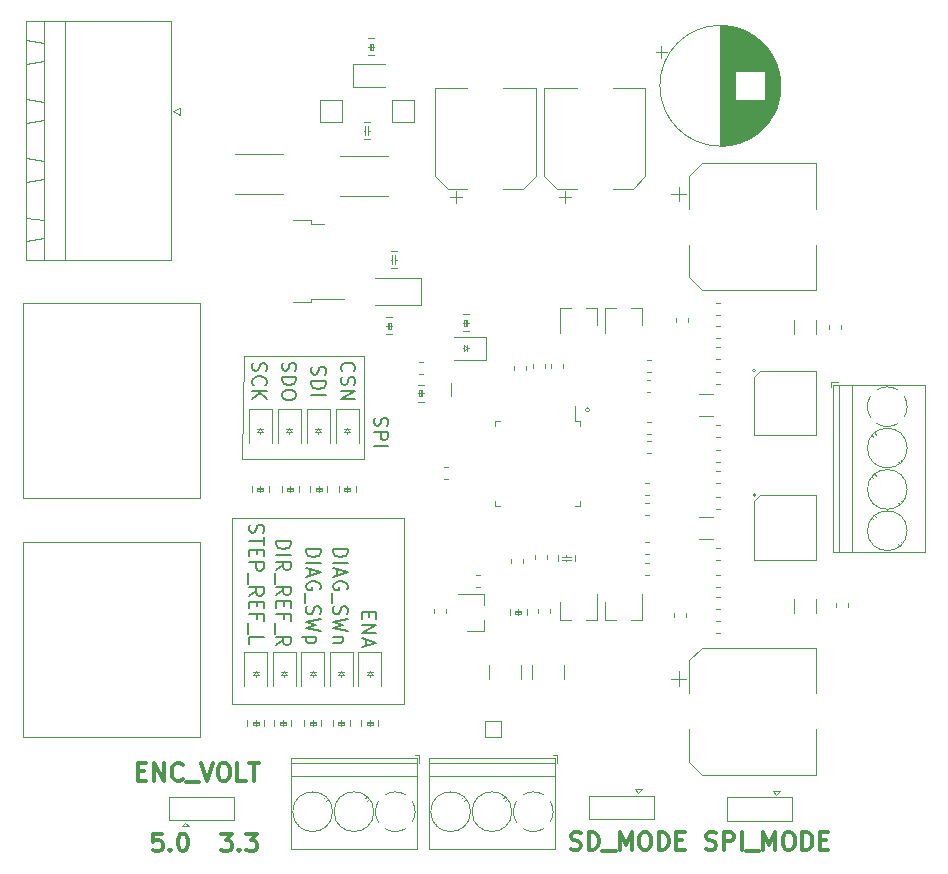
<source format=gbr>
G04 #@! TF.GenerationSoftware,KiCad,Pcbnew,(5.1.6)-1*
G04 #@! TF.CreationDate,2020-05-29T22:16:18+02:00*
G04 #@! TF.ProjectId,TMC51604Axis,544d4335-3136-4303-9441-7869732e6b69,rev?*
G04 #@! TF.SameCoordinates,Original*
G04 #@! TF.FileFunction,Legend,Top*
G04 #@! TF.FilePolarity,Positive*
%FSLAX46Y46*%
G04 Gerber Fmt 4.6, Leading zero omitted, Abs format (unit mm)*
G04 Created by KiCad (PCBNEW (5.1.6)-1) date 2020-05-29 22:16:18*
%MOMM*%
%LPD*%
G01*
G04 APERTURE LIST*
%ADD10C,0.300000*%
%ADD11C,0.120000*%
%ADD12C,0.200000*%
G04 APERTURE END LIST*
D10*
X70402285Y-126765857D02*
X70902285Y-126765857D01*
X71116571Y-127551571D02*
X70402285Y-127551571D01*
X70402285Y-126051571D01*
X71116571Y-126051571D01*
X71759428Y-127551571D02*
X71759428Y-126051571D01*
X72616571Y-127551571D01*
X72616571Y-126051571D01*
X74188000Y-127408714D02*
X74116571Y-127480142D01*
X73902285Y-127551571D01*
X73759428Y-127551571D01*
X73545142Y-127480142D01*
X73402285Y-127337285D01*
X73330857Y-127194428D01*
X73259428Y-126908714D01*
X73259428Y-126694428D01*
X73330857Y-126408714D01*
X73402285Y-126265857D01*
X73545142Y-126123000D01*
X73759428Y-126051571D01*
X73902285Y-126051571D01*
X74116571Y-126123000D01*
X74188000Y-126194428D01*
X74473714Y-127694428D02*
X75616571Y-127694428D01*
X75759428Y-126051571D02*
X76259428Y-127551571D01*
X76759428Y-126051571D01*
X77545142Y-126051571D02*
X77830857Y-126051571D01*
X77973714Y-126123000D01*
X78116571Y-126265857D01*
X78188000Y-126551571D01*
X78188000Y-127051571D01*
X78116571Y-127337285D01*
X77973714Y-127480142D01*
X77830857Y-127551571D01*
X77545142Y-127551571D01*
X77402285Y-127480142D01*
X77259428Y-127337285D01*
X77188000Y-127051571D01*
X77188000Y-126551571D01*
X77259428Y-126265857D01*
X77402285Y-126123000D01*
X77545142Y-126051571D01*
X79545142Y-127551571D02*
X78830857Y-127551571D01*
X78830857Y-126051571D01*
X79830857Y-126051571D02*
X80688000Y-126051571D01*
X80259428Y-127551571D02*
X80259428Y-126051571D01*
X107065571Y-133322142D02*
X107279857Y-133393571D01*
X107637000Y-133393571D01*
X107779857Y-133322142D01*
X107851285Y-133250714D01*
X107922714Y-133107857D01*
X107922714Y-132965000D01*
X107851285Y-132822142D01*
X107779857Y-132750714D01*
X107637000Y-132679285D01*
X107351285Y-132607857D01*
X107208428Y-132536428D01*
X107137000Y-132465000D01*
X107065571Y-132322142D01*
X107065571Y-132179285D01*
X107137000Y-132036428D01*
X107208428Y-131965000D01*
X107351285Y-131893571D01*
X107708428Y-131893571D01*
X107922714Y-131965000D01*
X108565571Y-133393571D02*
X108565571Y-131893571D01*
X108922714Y-131893571D01*
X109137000Y-131965000D01*
X109279857Y-132107857D01*
X109351285Y-132250714D01*
X109422714Y-132536428D01*
X109422714Y-132750714D01*
X109351285Y-133036428D01*
X109279857Y-133179285D01*
X109137000Y-133322142D01*
X108922714Y-133393571D01*
X108565571Y-133393571D01*
X109708428Y-133536428D02*
X110851285Y-133536428D01*
X111208428Y-133393571D02*
X111208428Y-131893571D01*
X111708428Y-132965000D01*
X112208428Y-131893571D01*
X112208428Y-133393571D01*
X113208428Y-131893571D02*
X113494142Y-131893571D01*
X113637000Y-131965000D01*
X113779857Y-132107857D01*
X113851285Y-132393571D01*
X113851285Y-132893571D01*
X113779857Y-133179285D01*
X113637000Y-133322142D01*
X113494142Y-133393571D01*
X113208428Y-133393571D01*
X113065571Y-133322142D01*
X112922714Y-133179285D01*
X112851285Y-132893571D01*
X112851285Y-132393571D01*
X112922714Y-132107857D01*
X113065571Y-131965000D01*
X113208428Y-131893571D01*
X114494142Y-133393571D02*
X114494142Y-131893571D01*
X114851285Y-131893571D01*
X115065571Y-131965000D01*
X115208428Y-132107857D01*
X115279857Y-132250714D01*
X115351285Y-132536428D01*
X115351285Y-132750714D01*
X115279857Y-133036428D01*
X115208428Y-133179285D01*
X115065571Y-133322142D01*
X114851285Y-133393571D01*
X114494142Y-133393571D01*
X115994142Y-132607857D02*
X116494142Y-132607857D01*
X116708428Y-133393571D02*
X115994142Y-133393571D01*
X115994142Y-131893571D01*
X116708428Y-131893571D01*
X118519428Y-133322142D02*
X118733714Y-133393571D01*
X119090857Y-133393571D01*
X119233714Y-133322142D01*
X119305142Y-133250714D01*
X119376571Y-133107857D01*
X119376571Y-132965000D01*
X119305142Y-132822142D01*
X119233714Y-132750714D01*
X119090857Y-132679285D01*
X118805142Y-132607857D01*
X118662285Y-132536428D01*
X118590857Y-132465000D01*
X118519428Y-132322142D01*
X118519428Y-132179285D01*
X118590857Y-132036428D01*
X118662285Y-131965000D01*
X118805142Y-131893571D01*
X119162285Y-131893571D01*
X119376571Y-131965000D01*
X120019428Y-133393571D02*
X120019428Y-131893571D01*
X120590857Y-131893571D01*
X120733714Y-131965000D01*
X120805142Y-132036428D01*
X120876571Y-132179285D01*
X120876571Y-132393571D01*
X120805142Y-132536428D01*
X120733714Y-132607857D01*
X120590857Y-132679285D01*
X120019428Y-132679285D01*
X121519428Y-133393571D02*
X121519428Y-131893571D01*
X121876571Y-133536428D02*
X123019428Y-133536428D01*
X123376571Y-133393571D02*
X123376571Y-131893571D01*
X123876571Y-132965000D01*
X124376571Y-131893571D01*
X124376571Y-133393571D01*
X125376571Y-131893571D02*
X125662285Y-131893571D01*
X125805142Y-131965000D01*
X125948000Y-132107857D01*
X126019428Y-132393571D01*
X126019428Y-132893571D01*
X125948000Y-133179285D01*
X125805142Y-133322142D01*
X125662285Y-133393571D01*
X125376571Y-133393571D01*
X125233714Y-133322142D01*
X125090857Y-133179285D01*
X125019428Y-132893571D01*
X125019428Y-132393571D01*
X125090857Y-132107857D01*
X125233714Y-131965000D01*
X125376571Y-131893571D01*
X126662285Y-133393571D02*
X126662285Y-131893571D01*
X127019428Y-131893571D01*
X127233714Y-131965000D01*
X127376571Y-132107857D01*
X127448000Y-132250714D01*
X127519428Y-132536428D01*
X127519428Y-132750714D01*
X127448000Y-133036428D01*
X127376571Y-133179285D01*
X127233714Y-133322142D01*
X127019428Y-133393571D01*
X126662285Y-133393571D01*
X128162285Y-132607857D02*
X128662285Y-132607857D01*
X128876571Y-133393571D02*
X128162285Y-133393571D01*
X128162285Y-131893571D01*
X128876571Y-131893571D01*
D11*
X78359000Y-105283000D02*
X92964000Y-105283000D01*
X78359000Y-121031000D02*
X78359000Y-105283000D01*
X92964000Y-121031000D02*
X78359000Y-121031000D01*
X92964000Y-105283000D02*
X92964000Y-121031000D01*
D10*
X72437714Y-132020571D02*
X71723428Y-132020571D01*
X71652000Y-132734857D01*
X71723428Y-132663428D01*
X71866285Y-132592000D01*
X72223428Y-132592000D01*
X72366285Y-132663428D01*
X72437714Y-132734857D01*
X72509142Y-132877714D01*
X72509142Y-133234857D01*
X72437714Y-133377714D01*
X72366285Y-133449142D01*
X72223428Y-133520571D01*
X71866285Y-133520571D01*
X71723428Y-133449142D01*
X71652000Y-133377714D01*
X73152000Y-133377714D02*
X73223428Y-133449142D01*
X73152000Y-133520571D01*
X73080571Y-133449142D01*
X73152000Y-133377714D01*
X73152000Y-133520571D01*
X74152000Y-132020571D02*
X74294857Y-132020571D01*
X74437714Y-132092000D01*
X74509142Y-132163428D01*
X74580571Y-132306285D01*
X74652000Y-132592000D01*
X74652000Y-132949142D01*
X74580571Y-133234857D01*
X74509142Y-133377714D01*
X74437714Y-133449142D01*
X74294857Y-133520571D01*
X74152000Y-133520571D01*
X74009142Y-133449142D01*
X73937714Y-133377714D01*
X73866285Y-133234857D01*
X73794857Y-132949142D01*
X73794857Y-132592000D01*
X73866285Y-132306285D01*
X73937714Y-132163428D01*
X74009142Y-132092000D01*
X74152000Y-132020571D01*
X77422571Y-132020571D02*
X78351142Y-132020571D01*
X77851142Y-132592000D01*
X78065428Y-132592000D01*
X78208285Y-132663428D01*
X78279714Y-132734857D01*
X78351142Y-132877714D01*
X78351142Y-133234857D01*
X78279714Y-133377714D01*
X78208285Y-133449142D01*
X78065428Y-133520571D01*
X77636857Y-133520571D01*
X77494000Y-133449142D01*
X77422571Y-133377714D01*
X78994000Y-133377714D02*
X79065428Y-133449142D01*
X78994000Y-133520571D01*
X78922571Y-133449142D01*
X78994000Y-133377714D01*
X78994000Y-133520571D01*
X79565428Y-132020571D02*
X80494000Y-132020571D01*
X79994000Y-132592000D01*
X80208285Y-132592000D01*
X80351142Y-132663428D01*
X80422571Y-132734857D01*
X80494000Y-132877714D01*
X80494000Y-133234857D01*
X80422571Y-133377714D01*
X80351142Y-133449142D01*
X80208285Y-133520571D01*
X79779714Y-133520571D01*
X79636857Y-133449142D01*
X79565428Y-133377714D01*
D12*
X79905285Y-105871000D02*
X79848142Y-106042428D01*
X79848142Y-106328142D01*
X79905285Y-106442428D01*
X79962428Y-106499571D01*
X80076714Y-106556714D01*
X80191000Y-106556714D01*
X80305285Y-106499571D01*
X80362428Y-106442428D01*
X80419571Y-106328142D01*
X80476714Y-106099571D01*
X80533857Y-105985285D01*
X80591000Y-105928142D01*
X80705285Y-105871000D01*
X80819571Y-105871000D01*
X80933857Y-105928142D01*
X80991000Y-105985285D01*
X81048142Y-106099571D01*
X81048142Y-106385285D01*
X80991000Y-106556714D01*
X81048142Y-106899571D02*
X81048142Y-107585285D01*
X79848142Y-107242428D02*
X81048142Y-107242428D01*
X80476714Y-107985285D02*
X80476714Y-108385285D01*
X79848142Y-108556714D02*
X79848142Y-107985285D01*
X81048142Y-107985285D01*
X81048142Y-108556714D01*
X79848142Y-109071000D02*
X81048142Y-109071000D01*
X81048142Y-109528142D01*
X80991000Y-109642428D01*
X80933857Y-109699571D01*
X80819571Y-109756714D01*
X80648142Y-109756714D01*
X80533857Y-109699571D01*
X80476714Y-109642428D01*
X80419571Y-109528142D01*
X80419571Y-109071000D01*
X79733857Y-109985285D02*
X79733857Y-110899571D01*
X79848142Y-111871000D02*
X80419571Y-111471000D01*
X79848142Y-111185285D02*
X81048142Y-111185285D01*
X81048142Y-111642428D01*
X80991000Y-111756714D01*
X80933857Y-111813857D01*
X80819571Y-111871000D01*
X80648142Y-111871000D01*
X80533857Y-111813857D01*
X80476714Y-111756714D01*
X80419571Y-111642428D01*
X80419571Y-111185285D01*
X80476714Y-112385285D02*
X80476714Y-112785285D01*
X79848142Y-112956714D02*
X79848142Y-112385285D01*
X81048142Y-112385285D01*
X81048142Y-112956714D01*
X80476714Y-113871000D02*
X80476714Y-113471000D01*
X79848142Y-113471000D02*
X81048142Y-113471000D01*
X81048142Y-114042428D01*
X79733857Y-114213857D02*
X79733857Y-115128142D01*
X79848142Y-115985285D02*
X79848142Y-115413857D01*
X81048142Y-115413857D01*
X82134142Y-107261571D02*
X83334142Y-107261571D01*
X83334142Y-107547285D01*
X83277000Y-107718714D01*
X83162714Y-107833000D01*
X83048428Y-107890142D01*
X82819857Y-107947285D01*
X82648428Y-107947285D01*
X82419857Y-107890142D01*
X82305571Y-107833000D01*
X82191285Y-107718714D01*
X82134142Y-107547285D01*
X82134142Y-107261571D01*
X82134142Y-108461571D02*
X83334142Y-108461571D01*
X82134142Y-109718714D02*
X82705571Y-109318714D01*
X82134142Y-109033000D02*
X83334142Y-109033000D01*
X83334142Y-109490142D01*
X83277000Y-109604428D01*
X83219857Y-109661571D01*
X83105571Y-109718714D01*
X82934142Y-109718714D01*
X82819857Y-109661571D01*
X82762714Y-109604428D01*
X82705571Y-109490142D01*
X82705571Y-109033000D01*
X82019857Y-109947285D02*
X82019857Y-110861571D01*
X82134142Y-111833000D02*
X82705571Y-111433000D01*
X82134142Y-111147285D02*
X83334142Y-111147285D01*
X83334142Y-111604428D01*
X83277000Y-111718714D01*
X83219857Y-111775857D01*
X83105571Y-111833000D01*
X82934142Y-111833000D01*
X82819857Y-111775857D01*
X82762714Y-111718714D01*
X82705571Y-111604428D01*
X82705571Y-111147285D01*
X82762714Y-112347285D02*
X82762714Y-112747285D01*
X82134142Y-112918714D02*
X82134142Y-112347285D01*
X83334142Y-112347285D01*
X83334142Y-112918714D01*
X82762714Y-113833000D02*
X82762714Y-113433000D01*
X82134142Y-113433000D02*
X83334142Y-113433000D01*
X83334142Y-114004428D01*
X82019857Y-114175857D02*
X82019857Y-115090142D01*
X82134142Y-116061571D02*
X82705571Y-115661571D01*
X82134142Y-115375857D02*
X83334142Y-115375857D01*
X83334142Y-115833000D01*
X83277000Y-115947285D01*
X83219857Y-116004428D01*
X83105571Y-116061571D01*
X82934142Y-116061571D01*
X82819857Y-116004428D01*
X82762714Y-115947285D01*
X82705571Y-115833000D01*
X82705571Y-115375857D01*
X84674142Y-107915571D02*
X85874142Y-107915571D01*
X85874142Y-108201285D01*
X85817000Y-108372714D01*
X85702714Y-108487000D01*
X85588428Y-108544142D01*
X85359857Y-108601285D01*
X85188428Y-108601285D01*
X84959857Y-108544142D01*
X84845571Y-108487000D01*
X84731285Y-108372714D01*
X84674142Y-108201285D01*
X84674142Y-107915571D01*
X84674142Y-109115571D02*
X85874142Y-109115571D01*
X85017000Y-109629857D02*
X85017000Y-110201285D01*
X84674142Y-109515571D02*
X85874142Y-109915571D01*
X84674142Y-110315571D01*
X85817000Y-111344142D02*
X85874142Y-111229857D01*
X85874142Y-111058428D01*
X85817000Y-110887000D01*
X85702714Y-110772714D01*
X85588428Y-110715571D01*
X85359857Y-110658428D01*
X85188428Y-110658428D01*
X84959857Y-110715571D01*
X84845571Y-110772714D01*
X84731285Y-110887000D01*
X84674142Y-111058428D01*
X84674142Y-111172714D01*
X84731285Y-111344142D01*
X84788428Y-111401285D01*
X85188428Y-111401285D01*
X85188428Y-111172714D01*
X84559857Y-111629857D02*
X84559857Y-112544142D01*
X84731285Y-112772714D02*
X84674142Y-112944142D01*
X84674142Y-113229857D01*
X84731285Y-113344142D01*
X84788428Y-113401285D01*
X84902714Y-113458428D01*
X85017000Y-113458428D01*
X85131285Y-113401285D01*
X85188428Y-113344142D01*
X85245571Y-113229857D01*
X85302714Y-113001285D01*
X85359857Y-112887000D01*
X85417000Y-112829857D01*
X85531285Y-112772714D01*
X85645571Y-112772714D01*
X85759857Y-112829857D01*
X85817000Y-112887000D01*
X85874142Y-113001285D01*
X85874142Y-113287000D01*
X85817000Y-113458428D01*
X85874142Y-113858428D02*
X84674142Y-114144142D01*
X85531285Y-114372714D01*
X84674142Y-114601285D01*
X85874142Y-114887000D01*
X85474142Y-115344142D02*
X84274142Y-115344142D01*
X85417000Y-115344142D02*
X85474142Y-115458428D01*
X85474142Y-115687000D01*
X85417000Y-115801285D01*
X85359857Y-115858428D01*
X85245571Y-115915571D01*
X84902714Y-115915571D01*
X84788428Y-115858428D01*
X84731285Y-115801285D01*
X84674142Y-115687000D01*
X84674142Y-115458428D01*
X84731285Y-115344142D01*
X86960142Y-107915571D02*
X88160142Y-107915571D01*
X88160142Y-108201285D01*
X88103000Y-108372714D01*
X87988714Y-108487000D01*
X87874428Y-108544142D01*
X87645857Y-108601285D01*
X87474428Y-108601285D01*
X87245857Y-108544142D01*
X87131571Y-108487000D01*
X87017285Y-108372714D01*
X86960142Y-108201285D01*
X86960142Y-107915571D01*
X86960142Y-109115571D02*
X88160142Y-109115571D01*
X87303000Y-109629857D02*
X87303000Y-110201285D01*
X86960142Y-109515571D02*
X88160142Y-109915571D01*
X86960142Y-110315571D01*
X88103000Y-111344142D02*
X88160142Y-111229857D01*
X88160142Y-111058428D01*
X88103000Y-110887000D01*
X87988714Y-110772714D01*
X87874428Y-110715571D01*
X87645857Y-110658428D01*
X87474428Y-110658428D01*
X87245857Y-110715571D01*
X87131571Y-110772714D01*
X87017285Y-110887000D01*
X86960142Y-111058428D01*
X86960142Y-111172714D01*
X87017285Y-111344142D01*
X87074428Y-111401285D01*
X87474428Y-111401285D01*
X87474428Y-111172714D01*
X86845857Y-111629857D02*
X86845857Y-112544142D01*
X87017285Y-112772714D02*
X86960142Y-112944142D01*
X86960142Y-113229857D01*
X87017285Y-113344142D01*
X87074428Y-113401285D01*
X87188714Y-113458428D01*
X87303000Y-113458428D01*
X87417285Y-113401285D01*
X87474428Y-113344142D01*
X87531571Y-113229857D01*
X87588714Y-113001285D01*
X87645857Y-112887000D01*
X87703000Y-112829857D01*
X87817285Y-112772714D01*
X87931571Y-112772714D01*
X88045857Y-112829857D01*
X88103000Y-112887000D01*
X88160142Y-113001285D01*
X88160142Y-113287000D01*
X88103000Y-113458428D01*
X88160142Y-113858428D02*
X86960142Y-114144142D01*
X87817285Y-114372714D01*
X86960142Y-114601285D01*
X88160142Y-114887000D01*
X87760142Y-115344142D02*
X86960142Y-115344142D01*
X87645857Y-115344142D02*
X87703000Y-115401285D01*
X87760142Y-115515571D01*
X87760142Y-115687000D01*
X87703000Y-115801285D01*
X87588714Y-115858428D01*
X86960142Y-115858428D01*
X90001714Y-113281000D02*
X90001714Y-113681000D01*
X89373142Y-113852428D02*
X89373142Y-113281000D01*
X90573142Y-113281000D01*
X90573142Y-113852428D01*
X89373142Y-114366714D02*
X90573142Y-114366714D01*
X89373142Y-115052428D01*
X90573142Y-115052428D01*
X89716000Y-115566714D02*
X89716000Y-116138142D01*
X89373142Y-115452428D02*
X90573142Y-115852428D01*
X89373142Y-116252428D01*
X87709428Y-92897428D02*
X87652285Y-92840285D01*
X87595142Y-92668857D01*
X87595142Y-92554571D01*
X87652285Y-92383142D01*
X87766571Y-92268857D01*
X87880857Y-92211714D01*
X88109428Y-92154571D01*
X88280857Y-92154571D01*
X88509428Y-92211714D01*
X88623714Y-92268857D01*
X88738000Y-92383142D01*
X88795142Y-92554571D01*
X88795142Y-92668857D01*
X88738000Y-92840285D01*
X88680857Y-92897428D01*
X87652285Y-93354571D02*
X87595142Y-93526000D01*
X87595142Y-93811714D01*
X87652285Y-93926000D01*
X87709428Y-93983142D01*
X87823714Y-94040285D01*
X87938000Y-94040285D01*
X88052285Y-93983142D01*
X88109428Y-93926000D01*
X88166571Y-93811714D01*
X88223714Y-93583142D01*
X88280857Y-93468857D01*
X88338000Y-93411714D01*
X88452285Y-93354571D01*
X88566571Y-93354571D01*
X88680857Y-93411714D01*
X88738000Y-93468857D01*
X88795142Y-93583142D01*
X88795142Y-93868857D01*
X88738000Y-94040285D01*
X87595142Y-94554571D02*
X88795142Y-94554571D01*
X87595142Y-95240285D01*
X88795142Y-95240285D01*
X80159285Y-92183142D02*
X80102142Y-92354571D01*
X80102142Y-92640285D01*
X80159285Y-92754571D01*
X80216428Y-92811714D01*
X80330714Y-92868857D01*
X80445000Y-92868857D01*
X80559285Y-92811714D01*
X80616428Y-92754571D01*
X80673571Y-92640285D01*
X80730714Y-92411714D01*
X80787857Y-92297428D01*
X80845000Y-92240285D01*
X80959285Y-92183142D01*
X81073571Y-92183142D01*
X81187857Y-92240285D01*
X81245000Y-92297428D01*
X81302142Y-92411714D01*
X81302142Y-92697428D01*
X81245000Y-92868857D01*
X80216428Y-94068857D02*
X80159285Y-94011714D01*
X80102142Y-93840285D01*
X80102142Y-93726000D01*
X80159285Y-93554571D01*
X80273571Y-93440285D01*
X80387857Y-93383142D01*
X80616428Y-93326000D01*
X80787857Y-93326000D01*
X81016428Y-93383142D01*
X81130714Y-93440285D01*
X81245000Y-93554571D01*
X81302142Y-93726000D01*
X81302142Y-93840285D01*
X81245000Y-94011714D01*
X81187857Y-94068857D01*
X80102142Y-94583142D02*
X81302142Y-94583142D01*
X80102142Y-95268857D02*
X80787857Y-94754571D01*
X81302142Y-95268857D02*
X80616428Y-94583142D01*
X85154619Y-92497428D02*
X85097476Y-92668857D01*
X85097476Y-92954571D01*
X85154619Y-93068857D01*
X85211762Y-93126000D01*
X85326048Y-93183142D01*
X85440334Y-93183142D01*
X85554619Y-93126000D01*
X85611762Y-93068857D01*
X85668905Y-92954571D01*
X85726048Y-92726000D01*
X85783191Y-92611714D01*
X85840334Y-92554571D01*
X85954619Y-92497428D01*
X86068905Y-92497428D01*
X86183191Y-92554571D01*
X86240334Y-92611714D01*
X86297476Y-92726000D01*
X86297476Y-93011714D01*
X86240334Y-93183142D01*
X85097476Y-93697428D02*
X86297476Y-93697428D01*
X86297476Y-93983142D01*
X86240334Y-94154571D01*
X86126048Y-94268857D01*
X86011762Y-94326000D01*
X85783191Y-94383142D01*
X85611762Y-94383142D01*
X85383191Y-94326000D01*
X85268905Y-94268857D01*
X85154619Y-94154571D01*
X85097476Y-93983142D01*
X85097476Y-93697428D01*
X85097476Y-94897428D02*
X86297476Y-94897428D01*
X82656953Y-92154571D02*
X82599810Y-92326000D01*
X82599810Y-92611714D01*
X82656953Y-92726000D01*
X82714096Y-92783142D01*
X82828382Y-92840285D01*
X82942668Y-92840285D01*
X83056953Y-92783142D01*
X83114096Y-92726000D01*
X83171239Y-92611714D01*
X83228382Y-92383142D01*
X83285525Y-92268857D01*
X83342668Y-92211714D01*
X83456953Y-92154571D01*
X83571239Y-92154571D01*
X83685525Y-92211714D01*
X83742668Y-92268857D01*
X83799810Y-92383142D01*
X83799810Y-92668857D01*
X83742668Y-92840285D01*
X82599810Y-93354571D02*
X83799810Y-93354571D01*
X83799810Y-93640285D01*
X83742668Y-93811714D01*
X83628382Y-93926000D01*
X83514096Y-93983142D01*
X83285525Y-94040285D01*
X83114096Y-94040285D01*
X82885525Y-93983142D01*
X82771239Y-93926000D01*
X82656953Y-93811714D01*
X82599810Y-93640285D01*
X82599810Y-93354571D01*
X83799810Y-94783142D02*
X83799810Y-95011714D01*
X83742668Y-95126000D01*
X83628382Y-95240285D01*
X83399810Y-95297428D01*
X82999810Y-95297428D01*
X82771239Y-95240285D01*
X82656953Y-95126000D01*
X82599810Y-95011714D01*
X82599810Y-94783142D01*
X82656953Y-94668857D01*
X82771239Y-94554571D01*
X82999810Y-94497428D01*
X83399810Y-94497428D01*
X83628382Y-94554571D01*
X83742668Y-94668857D01*
X83799810Y-94783142D01*
X87709428Y-92897428D02*
X87652285Y-92840285D01*
X87595142Y-92668857D01*
X87595142Y-92554571D01*
X87652285Y-92383142D01*
X87766571Y-92268857D01*
X87880857Y-92211714D01*
X88109428Y-92154571D01*
X88280857Y-92154571D01*
X88509428Y-92211714D01*
X88623714Y-92268857D01*
X88738000Y-92383142D01*
X88795142Y-92554571D01*
X88795142Y-92668857D01*
X88738000Y-92840285D01*
X88680857Y-92897428D01*
X87652285Y-93354571D02*
X87595142Y-93526000D01*
X87595142Y-93811714D01*
X87652285Y-93926000D01*
X87709428Y-93983142D01*
X87823714Y-94040285D01*
X87938000Y-94040285D01*
X88052285Y-93983142D01*
X88109428Y-93926000D01*
X88166571Y-93811714D01*
X88223714Y-93583142D01*
X88280857Y-93468857D01*
X88338000Y-93411714D01*
X88452285Y-93354571D01*
X88566571Y-93354571D01*
X88680857Y-93411714D01*
X88738000Y-93468857D01*
X88795142Y-93583142D01*
X88795142Y-93868857D01*
X88738000Y-94040285D01*
X87595142Y-94554571D02*
X88795142Y-94554571D01*
X87595142Y-95240285D01*
X88795142Y-95240285D01*
X90446285Y-96815428D02*
X90389142Y-96986857D01*
X90389142Y-97272571D01*
X90446285Y-97386857D01*
X90503428Y-97444000D01*
X90617714Y-97501142D01*
X90732000Y-97501142D01*
X90846285Y-97444000D01*
X90903428Y-97386857D01*
X90960571Y-97272571D01*
X91017714Y-97044000D01*
X91074857Y-96929714D01*
X91132000Y-96872571D01*
X91246285Y-96815428D01*
X91360571Y-96815428D01*
X91474857Y-96872571D01*
X91532000Y-96929714D01*
X91589142Y-97044000D01*
X91589142Y-97329714D01*
X91532000Y-97501142D01*
X90389142Y-98015428D02*
X91589142Y-98015428D01*
X91589142Y-98472571D01*
X91532000Y-98586857D01*
X91474857Y-98644000D01*
X91360571Y-98701142D01*
X91189142Y-98701142D01*
X91074857Y-98644000D01*
X91017714Y-98586857D01*
X90960571Y-98472571D01*
X90960571Y-98015428D01*
X90389142Y-99215428D02*
X91589142Y-99215428D01*
D11*
X79375000Y-91567000D02*
X89535000Y-91567000D01*
X79248000Y-100330000D02*
X79375000Y-91567000D01*
X89535000Y-100330000D02*
X79248000Y-100330000D01*
X89535000Y-91567000D02*
X89535000Y-100330000D01*
X107427000Y-97101000D02*
X107427000Y-95811000D01*
X107877000Y-97101000D02*
X107427000Y-97101000D01*
X107877000Y-97551000D02*
X107877000Y-97101000D01*
X107877000Y-104321000D02*
X107427000Y-104321000D01*
X107877000Y-103871000D02*
X107877000Y-104321000D01*
X100657000Y-97101000D02*
X101107000Y-97101000D01*
X100657000Y-97551000D02*
X100657000Y-97101000D01*
X100657000Y-104321000D02*
X101107000Y-104321000D01*
X100657000Y-103871000D02*
X100657000Y-104321000D01*
X108637605Y-96139000D02*
G75*
G03*
X108637605Y-96139000I-179605J0D01*
G01*
X94198221Y-92073000D02*
X94523779Y-92073000D01*
X94198221Y-93093000D02*
X94523779Y-93093000D01*
X94102422Y-95452000D02*
X94619578Y-95452000D01*
X94102422Y-94032000D02*
X94619578Y-94032000D01*
X94107000Y-94742000D02*
X94615000Y-94742000D01*
X94234000Y-94742000D02*
X94234000Y-94488000D01*
X94234000Y-94488000D02*
X94488000Y-94488000D01*
X94488000Y-94488000D02*
X94488000Y-94996000D01*
X94488000Y-94996000D02*
X94234000Y-94996000D01*
X94234000Y-94996000D02*
X94234000Y-94742000D01*
X94361000Y-94996000D02*
X94361000Y-94488000D01*
X97912422Y-89483000D02*
X98429578Y-89483000D01*
X97912422Y-88063000D02*
X98429578Y-88063000D01*
X97917000Y-88773000D02*
X98425000Y-88773000D01*
X98044000Y-88773000D02*
X98044000Y-88519000D01*
X98044000Y-88519000D02*
X98298000Y-88519000D01*
X98298000Y-88519000D02*
X98298000Y-89027000D01*
X98298000Y-89027000D02*
X98044000Y-89027000D01*
X98044000Y-89027000D02*
X98044000Y-88773000D01*
X98171000Y-89027000D02*
X98171000Y-88519000D01*
X96948000Y-93853000D02*
X96948000Y-94993000D01*
X99870000Y-89972000D02*
X97185000Y-89972000D01*
X99870000Y-91892000D02*
X99870000Y-89972000D01*
X97185000Y-91892000D02*
X99870000Y-91892000D01*
X98439000Y-90932000D02*
X98312000Y-90932000D01*
X98312000Y-90932000D02*
X98058000Y-91186000D01*
X98058000Y-91186000D02*
X98058000Y-90678000D01*
X98058000Y-90678000D02*
X98312000Y-90932000D01*
X98058000Y-90932000D02*
X97931000Y-90932000D01*
X98312000Y-90932000D02*
X98312000Y-91186000D01*
X98312000Y-90932000D02*
X98312000Y-90678000D01*
X92173326Y-128494901D02*
G75*
G02*
X93068000Y-128735000I28674J-1680099D01*
G01*
X93627358Y-129285106D02*
G75*
G02*
X93642000Y-131041000I-1425358J-889894D01*
G01*
X93091894Y-131600358D02*
G75*
G02*
X91336000Y-131615000I-889894J1425358D01*
G01*
X90776495Y-131065193D02*
G75*
G02*
X90777000Y-129284000I1425505J890193D01*
G01*
X91311736Y-128750279D02*
G75*
G02*
X92202000Y-128495000I890264J-1424721D01*
G01*
X90382000Y-130175000D02*
G75*
G03*
X90382000Y-130175000I-1680000J0D01*
G01*
X86882000Y-130175000D02*
G75*
G03*
X86882000Y-130175000I-1680000J0D01*
G01*
X94012000Y-126075000D02*
X83392000Y-126075000D01*
X94012000Y-127175000D02*
X83392000Y-127175000D01*
X94012000Y-133335000D02*
X83392000Y-133335000D01*
X94012000Y-125615000D02*
X83392000Y-125615000D01*
X94012000Y-133335000D02*
X94012000Y-125615000D01*
X83392000Y-133335000D02*
X83392000Y-125615000D01*
X87427000Y-131244000D02*
X87556000Y-131116000D01*
X89677000Y-128994000D02*
X89771000Y-128901000D01*
X87632000Y-131450000D02*
X87726000Y-131356000D01*
X89847000Y-129234000D02*
X89976000Y-129106000D01*
X83927000Y-131244000D02*
X84056000Y-131116000D01*
X86177000Y-128994000D02*
X86271000Y-128901000D01*
X84132000Y-131450000D02*
X84226000Y-131356000D01*
X86347000Y-129234000D02*
X86476000Y-129106000D01*
X94252000Y-126015000D02*
X94252000Y-125375000D01*
X94252000Y-125375000D02*
X93852000Y-125375000D01*
X88340000Y-122940578D02*
X88340000Y-122423422D01*
X86920000Y-122940578D02*
X86920000Y-122423422D01*
X87630000Y-122936000D02*
X87630000Y-122428000D01*
X87630000Y-122809000D02*
X87376000Y-122809000D01*
X87376000Y-122809000D02*
X87376000Y-122555000D01*
X87376000Y-122555000D02*
X87884000Y-122555000D01*
X87884000Y-122555000D02*
X87884000Y-122809000D01*
X87884000Y-122809000D02*
X87630000Y-122809000D01*
X87884000Y-122682000D02*
X87376000Y-122682000D01*
X85927000Y-122940578D02*
X85927000Y-122423422D01*
X84507000Y-122940578D02*
X84507000Y-122423422D01*
X85217000Y-122936000D02*
X85217000Y-122428000D01*
X85217000Y-122809000D02*
X84963000Y-122809000D01*
X84963000Y-122809000D02*
X84963000Y-122555000D01*
X84963000Y-122555000D02*
X85471000Y-122555000D01*
X85471000Y-122555000D02*
X85471000Y-122809000D01*
X85471000Y-122809000D02*
X85217000Y-122809000D01*
X85471000Y-122682000D02*
X84963000Y-122682000D01*
X81101000Y-122940578D02*
X81101000Y-122423422D01*
X79681000Y-122940578D02*
X79681000Y-122423422D01*
X80391000Y-122936000D02*
X80391000Y-122428000D01*
X80391000Y-122809000D02*
X80137000Y-122809000D01*
X80137000Y-122809000D02*
X80137000Y-122555000D01*
X80137000Y-122555000D02*
X80645000Y-122555000D01*
X80645000Y-122555000D02*
X80645000Y-122809000D01*
X80645000Y-122809000D02*
X80391000Y-122809000D01*
X80645000Y-122682000D02*
X80137000Y-122682000D01*
X83387000Y-122940578D02*
X83387000Y-122423422D01*
X81967000Y-122940578D02*
X81967000Y-122423422D01*
X82677000Y-122936000D02*
X82677000Y-122428000D01*
X82677000Y-122809000D02*
X82423000Y-122809000D01*
X82423000Y-122809000D02*
X82423000Y-122555000D01*
X82423000Y-122555000D02*
X82931000Y-122555000D01*
X82931000Y-122555000D02*
X82931000Y-122809000D01*
X82931000Y-122809000D02*
X82677000Y-122809000D01*
X82931000Y-122682000D02*
X82423000Y-122682000D01*
X90753000Y-122940578D02*
X90753000Y-122423422D01*
X89333000Y-122940578D02*
X89333000Y-122423422D01*
X90043000Y-122936000D02*
X90043000Y-122428000D01*
X90043000Y-122809000D02*
X89789000Y-122809000D01*
X89789000Y-122809000D02*
X89789000Y-122555000D01*
X89789000Y-122555000D02*
X90297000Y-122555000D01*
X90297000Y-122555000D02*
X90297000Y-122809000D01*
X90297000Y-122809000D02*
X90043000Y-122809000D01*
X90297000Y-122682000D02*
X89789000Y-122682000D01*
X84022000Y-103128578D02*
X84022000Y-102611422D01*
X82602000Y-103128578D02*
X82602000Y-102611422D01*
X83312000Y-103124000D02*
X83312000Y-102616000D01*
X83312000Y-102997000D02*
X83058000Y-102997000D01*
X83058000Y-102997000D02*
X83058000Y-102743000D01*
X83058000Y-102743000D02*
X83566000Y-102743000D01*
X83566000Y-102743000D02*
X83566000Y-102997000D01*
X83566000Y-102997000D02*
X83312000Y-102997000D01*
X83566000Y-102870000D02*
X83058000Y-102870000D01*
X88848000Y-103128578D02*
X88848000Y-102611422D01*
X87428000Y-103128578D02*
X87428000Y-102611422D01*
X88138000Y-103124000D02*
X88138000Y-102616000D01*
X88138000Y-102997000D02*
X87884000Y-102997000D01*
X87884000Y-102997000D02*
X87884000Y-102743000D01*
X87884000Y-102743000D02*
X88392000Y-102743000D01*
X88392000Y-102743000D02*
X88392000Y-102997000D01*
X88392000Y-102997000D02*
X88138000Y-102997000D01*
X88392000Y-102870000D02*
X87884000Y-102870000D01*
X86435000Y-103128578D02*
X86435000Y-102611422D01*
X85015000Y-103128578D02*
X85015000Y-102611422D01*
X85725000Y-103124000D02*
X85725000Y-102616000D01*
X85725000Y-102997000D02*
X85471000Y-102997000D01*
X85471000Y-102997000D02*
X85471000Y-102743000D01*
X85471000Y-102743000D02*
X85979000Y-102743000D01*
X85979000Y-102743000D02*
X85979000Y-102997000D01*
X85979000Y-102997000D02*
X85725000Y-102997000D01*
X85979000Y-102870000D02*
X85471000Y-102870000D01*
X81482000Y-103128578D02*
X81482000Y-102611422D01*
X80062000Y-103128578D02*
X80062000Y-102611422D01*
X80772000Y-103124000D02*
X80772000Y-102616000D01*
X80772000Y-102997000D02*
X80518000Y-102997000D01*
X80518000Y-102997000D02*
X80518000Y-102743000D01*
X80518000Y-102743000D02*
X81026000Y-102743000D01*
X81026000Y-102743000D02*
X81026000Y-102997000D01*
X81026000Y-102997000D02*
X80772000Y-102997000D01*
X81026000Y-102870000D02*
X80518000Y-102870000D01*
X101906000Y-113025422D02*
X101906000Y-113542578D01*
X103326000Y-113025422D02*
X103326000Y-113542578D01*
X102616000Y-113030000D02*
X102616000Y-113538000D01*
X102616000Y-113157000D02*
X102870000Y-113157000D01*
X102870000Y-113157000D02*
X102870000Y-113411000D01*
X102870000Y-113411000D02*
X102362000Y-113411000D01*
X102362000Y-113411000D02*
X102362000Y-113157000D01*
X102362000Y-113157000D02*
X102616000Y-113157000D01*
X102362000Y-113284000D02*
X102870000Y-113284000D01*
X89911422Y-66115000D02*
X90428578Y-66115000D01*
X89911422Y-64695000D02*
X90428578Y-64695000D01*
X89916000Y-65405000D02*
X90424000Y-65405000D01*
X90043000Y-65405000D02*
X90043000Y-65151000D01*
X90043000Y-65151000D02*
X90297000Y-65151000D01*
X90297000Y-65151000D02*
X90297000Y-65659000D01*
X90297000Y-65659000D02*
X90043000Y-65659000D01*
X90043000Y-65659000D02*
X90043000Y-65405000D01*
X90170000Y-65659000D02*
X90170000Y-65151000D01*
X91435422Y-89737000D02*
X91952578Y-89737000D01*
X91435422Y-88317000D02*
X91952578Y-88317000D01*
X91440000Y-89027000D02*
X91948000Y-89027000D01*
X91567000Y-89027000D02*
X91567000Y-88773000D01*
X91567000Y-88773000D02*
X91821000Y-88773000D01*
X91821000Y-88773000D02*
X91821000Y-89281000D01*
X91821000Y-89281000D02*
X91567000Y-89281000D01*
X91567000Y-89281000D02*
X91567000Y-89027000D01*
X91694000Y-89281000D02*
X91694000Y-88773000D01*
X99757000Y-122490000D02*
X101157000Y-122490000D01*
X101157000Y-122490000D02*
X101157000Y-123890000D01*
X101157000Y-123890000D02*
X99757000Y-123890000D01*
X99757000Y-123890000D02*
X99757000Y-122490000D01*
X107390000Y-108970578D02*
X107390000Y-108453422D01*
X105970000Y-108970578D02*
X105970000Y-108453422D01*
X106299000Y-108839000D02*
X106934000Y-108839000D01*
X106299000Y-108585000D02*
X106934000Y-108585000D01*
X106680000Y-108839000D02*
X106680000Y-108966000D01*
X106680000Y-108585000D02*
X106680000Y-108458000D01*
X106934000Y-108585000D02*
X107061000Y-108585000D01*
X106934000Y-108839000D02*
X107061000Y-108839000D01*
X92333578Y-82729000D02*
X91816422Y-82729000D01*
X92333578Y-84149000D02*
X91816422Y-84149000D01*
X92202000Y-83820000D02*
X92202000Y-83185000D01*
X91948000Y-83820000D02*
X91948000Y-83185000D01*
X92202000Y-83439000D02*
X92329000Y-83439000D01*
X91948000Y-83439000D02*
X91821000Y-83439000D01*
X91948000Y-83185000D02*
X91948000Y-83058000D01*
X92202000Y-83185000D02*
X92202000Y-83058000D01*
X90047578Y-71807000D02*
X89530422Y-71807000D01*
X90047578Y-73227000D02*
X89530422Y-73227000D01*
X89916000Y-72898000D02*
X89916000Y-72263000D01*
X89662000Y-72898000D02*
X89662000Y-72263000D01*
X89916000Y-72517000D02*
X90043000Y-72517000D01*
X89662000Y-72517000D02*
X89535000Y-72517000D01*
X89662000Y-72263000D02*
X89662000Y-72136000D01*
X89916000Y-72263000D02*
X89916000Y-72136000D01*
X105031000Y-108422221D02*
X105031000Y-108747779D01*
X104011000Y-108422221D02*
X104011000Y-108747779D01*
X105285000Y-112994221D02*
X105285000Y-113319779D01*
X104265000Y-112994221D02*
X104265000Y-113319779D01*
X113827779Y-99824000D02*
X113502221Y-99824000D01*
X113827779Y-98804000D02*
X113502221Y-98804000D01*
X105408000Y-92618779D02*
X105408000Y-92293221D01*
X106428000Y-92618779D02*
X106428000Y-92293221D01*
X113827779Y-92966000D02*
X113502221Y-92966000D01*
X113827779Y-91946000D02*
X113502221Y-91946000D01*
X103884000Y-92618779D02*
X103884000Y-92293221D01*
X104904000Y-92618779D02*
X104904000Y-92293221D01*
X102999000Y-108803221D02*
X102999000Y-109128779D01*
X101979000Y-108803221D02*
X101979000Y-109128779D01*
X96357221Y-100963000D02*
X96682779Y-100963000D01*
X96357221Y-101983000D02*
X96682779Y-101983000D01*
X116969000Y-88356221D02*
X116969000Y-88681779D01*
X115949000Y-88356221D02*
X115949000Y-88681779D01*
X129923000Y-88991221D02*
X129923000Y-89316779D01*
X128903000Y-88991221D02*
X128903000Y-89316779D01*
X113700779Y-110111000D02*
X113375221Y-110111000D01*
X113700779Y-109091000D02*
X113375221Y-109091000D01*
X113700779Y-103380000D02*
X113375221Y-103380000D01*
X113700779Y-102360000D02*
X113375221Y-102360000D01*
X115822000Y-113700779D02*
X115822000Y-113375221D01*
X116842000Y-113700779D02*
X116842000Y-113375221D01*
X129538000Y-112811779D02*
X129538000Y-112486221D01*
X130558000Y-112811779D02*
X130558000Y-112486221D01*
X127783000Y-112173936D02*
X127783000Y-113378064D01*
X125963000Y-112173936D02*
X125963000Y-113378064D01*
X125963000Y-89756064D02*
X125963000Y-88551936D01*
X127783000Y-89756064D02*
X127783000Y-88551936D01*
X91887000Y-69916000D02*
X93787000Y-69916000D01*
X93787000Y-69916000D02*
X93787000Y-71816000D01*
X93787000Y-71816000D02*
X91887000Y-71816000D01*
X91887000Y-71816000D02*
X91887000Y-69916000D01*
X85791000Y-69916000D02*
X87691000Y-69916000D01*
X87691000Y-69916000D02*
X87691000Y-71816000D01*
X87691000Y-71816000D02*
X85791000Y-71816000D01*
X85791000Y-71816000D02*
X85791000Y-69916000D01*
X95502000Y-113319779D02*
X95502000Y-112994221D01*
X96522000Y-113319779D02*
X96522000Y-112994221D01*
X99349779Y-111127000D02*
X99024221Y-111127000D01*
X99349779Y-110107000D02*
X99024221Y-110107000D01*
X119669779Y-115064000D02*
X119344221Y-115064000D01*
X119669779Y-114044000D02*
X119344221Y-114044000D01*
X119669779Y-113032000D02*
X119344221Y-113032000D01*
X119669779Y-112012000D02*
X119344221Y-112012000D01*
X119669779Y-111127000D02*
X119344221Y-111127000D01*
X119669779Y-110107000D02*
X119344221Y-110107000D01*
X119344221Y-101344000D02*
X119669779Y-101344000D01*
X119344221Y-102364000D02*
X119669779Y-102364000D01*
X119669779Y-108841000D02*
X119344221Y-108841000D01*
X119669779Y-107821000D02*
X119344221Y-107821000D01*
X119344221Y-103503000D02*
X119669779Y-103503000D01*
X119344221Y-104523000D02*
X119669779Y-104523000D01*
X113349721Y-107313000D02*
X113675279Y-107313000D01*
X113349721Y-108333000D02*
X113675279Y-108333000D01*
X113375221Y-104011000D02*
X113700779Y-104011000D01*
X113375221Y-105031000D02*
X113700779Y-105031000D01*
X119669779Y-88140000D02*
X119344221Y-88140000D01*
X119669779Y-87120000D02*
X119344221Y-87120000D01*
X119669779Y-90045000D02*
X119344221Y-90045000D01*
X119669779Y-89025000D02*
X119344221Y-89025000D01*
X119669779Y-100586000D02*
X119344221Y-100586000D01*
X119669779Y-99566000D02*
X119344221Y-99566000D01*
X119344221Y-90803000D02*
X119669779Y-90803000D01*
X119344221Y-91823000D02*
X119669779Y-91823000D01*
X113502221Y-97153000D02*
X113827779Y-97153000D01*
X113502221Y-98173000D02*
X113827779Y-98173000D01*
X119669779Y-98427000D02*
X119344221Y-98427000D01*
X119669779Y-97407000D02*
X119344221Y-97407000D01*
X119344221Y-92962000D02*
X119669779Y-92962000D01*
X119344221Y-93982000D02*
X119669779Y-93982000D01*
X113476721Y-93597000D02*
X113802279Y-93597000D01*
X113476721Y-94617000D02*
X113802279Y-94617000D01*
X102233000Y-92745779D02*
X102233000Y-92420221D01*
X103253000Y-92745779D02*
X103253000Y-92420221D01*
X87482936Y-74617000D02*
X91587064Y-74617000D01*
X87482936Y-78037000D02*
X91587064Y-78037000D01*
X99693000Y-114864000D02*
X99693000Y-113934000D01*
X99693000Y-111704000D02*
X99693000Y-112634000D01*
X99693000Y-111704000D02*
X97533000Y-111704000D01*
X99693000Y-114864000D02*
X98233000Y-114864000D01*
X122598000Y-103886000D02*
X122598000Y-108839000D01*
X122598000Y-108839000D02*
X127805000Y-108839000D01*
X127805000Y-108839000D02*
X127805000Y-103378000D01*
X127805000Y-103378000D02*
X123106000Y-103378000D01*
X122725000Y-103378000D02*
G75*
G03*
X122725000Y-103378000I-127000J0D01*
G01*
X123106000Y-103378000D02*
X122598000Y-103886000D01*
X122598000Y-93345000D02*
X122598000Y-98298000D01*
X122598000Y-98298000D02*
X127805000Y-98298000D01*
X127805000Y-98298000D02*
X127805000Y-92837000D01*
X127805000Y-92837000D02*
X123106000Y-92837000D01*
X122725000Y-92837000D02*
G75*
G03*
X122725000Y-92837000I-127000J0D01*
G01*
X123106000Y-92837000D02*
X122598000Y-93345000D01*
X83564000Y-87017000D02*
X85064000Y-87017000D01*
X85064000Y-87017000D02*
X85064000Y-86747000D01*
X85064000Y-86747000D02*
X87894000Y-86747000D01*
X83564000Y-80117000D02*
X85064000Y-80117000D01*
X85064000Y-80117000D02*
X85064000Y-80387000D01*
X85064000Y-80387000D02*
X86164000Y-80387000D01*
X74719000Y-131421000D02*
X74419000Y-131121000D01*
X74119000Y-131421000D02*
X74719000Y-131421000D01*
X74419000Y-131121000D02*
X74119000Y-131421000D01*
X73069000Y-130871000D02*
X73069000Y-128921000D01*
X78569000Y-130871000D02*
X73069000Y-130871000D01*
X78569000Y-128921000D02*
X78569000Y-130871000D01*
X73069000Y-128921000D02*
X78569000Y-128921000D01*
X112479000Y-128294000D02*
X112779000Y-128594000D01*
X113079000Y-128294000D02*
X112479000Y-128294000D01*
X112779000Y-128594000D02*
X113079000Y-128294000D01*
X114129000Y-128844000D02*
X114129000Y-130794000D01*
X108629000Y-128844000D02*
X114129000Y-128844000D01*
X108629000Y-130794000D02*
X108629000Y-128844000D01*
X114129000Y-130794000D02*
X108629000Y-130794000D01*
X124163000Y-128421000D02*
X124463000Y-128721000D01*
X124763000Y-128421000D02*
X124163000Y-128421000D01*
X124463000Y-128721000D02*
X124763000Y-128421000D01*
X125813000Y-128971000D02*
X125813000Y-130921000D01*
X120313000Y-128971000D02*
X125813000Y-128971000D01*
X120313000Y-130921000D02*
X120313000Y-128971000D01*
X125813000Y-130921000D02*
X120313000Y-130921000D01*
X103857326Y-128494901D02*
G75*
G02*
X104752000Y-128735000I28674J-1680099D01*
G01*
X105311358Y-129285106D02*
G75*
G02*
X105326000Y-131041000I-1425358J-889894D01*
G01*
X104775894Y-131600358D02*
G75*
G02*
X103020000Y-131615000I-889894J1425358D01*
G01*
X102460495Y-131065193D02*
G75*
G02*
X102461000Y-129284000I1425505J890193D01*
G01*
X102995736Y-128750279D02*
G75*
G02*
X103886000Y-128495000I890264J-1424721D01*
G01*
X102066000Y-130175000D02*
G75*
G03*
X102066000Y-130175000I-1680000J0D01*
G01*
X98566000Y-130175000D02*
G75*
G03*
X98566000Y-130175000I-1680000J0D01*
G01*
X105696000Y-126075000D02*
X95076000Y-126075000D01*
X105696000Y-127175000D02*
X95076000Y-127175000D01*
X105696000Y-133335000D02*
X95076000Y-133335000D01*
X105696000Y-125615000D02*
X95076000Y-125615000D01*
X105696000Y-133335000D02*
X105696000Y-125615000D01*
X95076000Y-133335000D02*
X95076000Y-125615000D01*
X99111000Y-131244000D02*
X99240000Y-131116000D01*
X101361000Y-128994000D02*
X101455000Y-128901000D01*
X99316000Y-131450000D02*
X99410000Y-131356000D01*
X101531000Y-129234000D02*
X101660000Y-129106000D01*
X95611000Y-131244000D02*
X95740000Y-131116000D01*
X97861000Y-128994000D02*
X97955000Y-128901000D01*
X95816000Y-131450000D02*
X95910000Y-131356000D01*
X98031000Y-129234000D02*
X98160000Y-129106000D01*
X105936000Y-126015000D02*
X105936000Y-125375000D01*
X105936000Y-125375000D02*
X105536000Y-125375000D01*
X75692000Y-103632000D02*
X75184000Y-103632000D01*
X75692000Y-87122000D02*
X75692000Y-103632000D01*
X60706000Y-87122000D02*
X75692000Y-87122000D01*
X60706000Y-103632000D02*
X60706000Y-87122000D01*
X75184000Y-103632000D02*
X60706000Y-103632000D01*
X75692000Y-123825000D02*
X75184000Y-123825000D01*
X75692000Y-107315000D02*
X75692000Y-123825000D01*
X60706000Y-107315000D02*
X75692000Y-107315000D01*
X60706000Y-123825000D02*
X60706000Y-107315000D01*
X75184000Y-123825000D02*
X60706000Y-123825000D01*
X132177901Y-95913674D02*
G75*
G02*
X132418000Y-95019000I1680099J28674D01*
G01*
X132968106Y-94459642D02*
G75*
G02*
X134724000Y-94445000I889894J-1425358D01*
G01*
X135283358Y-94995106D02*
G75*
G02*
X135298000Y-96751000I-1425358J-889894D01*
G01*
X134748193Y-97310505D02*
G75*
G02*
X132967000Y-97310000I-890193J1425505D01*
G01*
X132433279Y-96775264D02*
G75*
G02*
X132178000Y-95885000I1424721J890264D01*
G01*
X135538000Y-99385000D02*
G75*
G03*
X135538000Y-99385000I-1680000J0D01*
G01*
X135538000Y-102885000D02*
G75*
G03*
X135538000Y-102885000I-1680000J0D01*
G01*
X135538000Y-106385000D02*
G75*
G03*
X135538000Y-106385000I-1680000J0D01*
G01*
X129758000Y-94075000D02*
X129758000Y-108195000D01*
X130858000Y-94075000D02*
X130858000Y-108195000D01*
X137018000Y-94075000D02*
X137018000Y-108195000D01*
X129298000Y-94075000D02*
X129298000Y-108195000D01*
X137018000Y-94075000D02*
X129298000Y-94075000D01*
X137018000Y-108195000D02*
X129298000Y-108195000D01*
X134927000Y-100660000D02*
X134799000Y-100531000D01*
X132677000Y-98410000D02*
X132584000Y-98316000D01*
X135133000Y-100455000D02*
X135039000Y-100361000D01*
X132917000Y-98240000D02*
X132789000Y-98111000D01*
X134927000Y-104160000D02*
X134799000Y-104031000D01*
X132677000Y-101910000D02*
X132584000Y-101816000D01*
X135133000Y-103955000D02*
X135039000Y-103861000D01*
X132917000Y-101740000D02*
X132789000Y-101611000D01*
X134927000Y-107660000D02*
X134799000Y-107531000D01*
X132677000Y-105410000D02*
X132584000Y-105316000D01*
X135133000Y-107455000D02*
X135039000Y-107361000D01*
X132917000Y-105240000D02*
X132789000Y-105111000D01*
X129698000Y-93835000D02*
X129058000Y-93835000D01*
X129058000Y-93835000D02*
X129058000Y-94235000D01*
X73190000Y-63256000D02*
X60970000Y-63256000D01*
X60970000Y-63256000D02*
X60970000Y-83476000D01*
X60970000Y-83476000D02*
X73190000Y-83476000D01*
X73190000Y-83476000D02*
X73190000Y-63256000D01*
X62470000Y-63256000D02*
X64270000Y-63256000D01*
X64270000Y-63256000D02*
X64270000Y-83476000D01*
X64270000Y-83476000D02*
X62470000Y-83476000D01*
X62470000Y-83476000D02*
X62470000Y-63256000D01*
X60970000Y-64866000D02*
X60970000Y-66866000D01*
X60970000Y-66866000D02*
X62470000Y-66616000D01*
X62470000Y-66616000D02*
X62470000Y-65116000D01*
X62470000Y-65116000D02*
X60970000Y-64866000D01*
X60970000Y-79866000D02*
X60970000Y-81866000D01*
X60970000Y-81866000D02*
X62470000Y-81616000D01*
X62470000Y-81616000D02*
X62470000Y-80116000D01*
X62470000Y-80116000D02*
X60970000Y-79866000D01*
X60970000Y-69866000D02*
X60970000Y-71866000D01*
X60970000Y-71866000D02*
X62470000Y-71616000D01*
X62470000Y-71616000D02*
X62470000Y-70116000D01*
X62470000Y-70116000D02*
X60970000Y-69866000D01*
X60970000Y-74866000D02*
X60970000Y-76866000D01*
X60970000Y-76866000D02*
X62470000Y-76616000D01*
X62470000Y-76616000D02*
X62470000Y-75116000D01*
X62470000Y-75116000D02*
X60970000Y-74866000D01*
X73990000Y-71166000D02*
X73390000Y-70866000D01*
X73390000Y-70866000D02*
X73990000Y-70566000D01*
X73990000Y-70566000D02*
X73990000Y-71166000D01*
X82697064Y-77910000D02*
X78592936Y-77910000D01*
X82697064Y-74490000D02*
X78592936Y-74490000D01*
X86670000Y-116631000D02*
X86670000Y-119491000D01*
X88590000Y-116631000D02*
X86670000Y-116631000D01*
X88590000Y-119491000D02*
X88590000Y-116631000D01*
X87630000Y-118237000D02*
X87630000Y-118364000D01*
X87630000Y-118364000D02*
X87884000Y-118618000D01*
X87884000Y-118618000D02*
X87503000Y-118618000D01*
X87503000Y-118618000D02*
X87376000Y-118618000D01*
X87376000Y-118618000D02*
X87630000Y-118364000D01*
X87884000Y-118364000D02*
X87376000Y-118364000D01*
X87630000Y-118618000D02*
X87630000Y-118745000D01*
X84257000Y-116631000D02*
X84257000Y-119491000D01*
X86177000Y-116631000D02*
X84257000Y-116631000D01*
X86177000Y-119491000D02*
X86177000Y-116631000D01*
X85217000Y-118237000D02*
X85217000Y-118364000D01*
X85217000Y-118364000D02*
X85471000Y-118618000D01*
X85471000Y-118618000D02*
X85090000Y-118618000D01*
X85090000Y-118618000D02*
X84963000Y-118618000D01*
X84963000Y-118618000D02*
X85217000Y-118364000D01*
X85471000Y-118364000D02*
X84963000Y-118364000D01*
X85217000Y-118618000D02*
X85217000Y-118745000D01*
X79431000Y-116631000D02*
X79431000Y-119491000D01*
X81351000Y-116631000D02*
X79431000Y-116631000D01*
X81351000Y-119491000D02*
X81351000Y-116631000D01*
X80391000Y-118237000D02*
X80391000Y-118364000D01*
X80391000Y-118364000D02*
X80645000Y-118618000D01*
X80645000Y-118618000D02*
X80264000Y-118618000D01*
X80264000Y-118618000D02*
X80137000Y-118618000D01*
X80137000Y-118618000D02*
X80391000Y-118364000D01*
X80645000Y-118364000D02*
X80137000Y-118364000D01*
X80391000Y-118618000D02*
X80391000Y-118745000D01*
X81844000Y-116631000D02*
X81844000Y-119491000D01*
X83764000Y-116631000D02*
X81844000Y-116631000D01*
X83764000Y-119491000D02*
X83764000Y-116631000D01*
X82804000Y-118237000D02*
X82804000Y-118364000D01*
X82804000Y-118364000D02*
X83058000Y-118618000D01*
X83058000Y-118618000D02*
X82677000Y-118618000D01*
X82677000Y-118618000D02*
X82550000Y-118618000D01*
X82550000Y-118618000D02*
X82804000Y-118364000D01*
X83058000Y-118364000D02*
X82550000Y-118364000D01*
X82804000Y-118618000D02*
X82804000Y-118745000D01*
X89083000Y-116631000D02*
X89083000Y-119491000D01*
X91003000Y-116631000D02*
X89083000Y-116631000D01*
X91003000Y-119491000D02*
X91003000Y-116631000D01*
X90043000Y-118237000D02*
X90043000Y-118364000D01*
X90043000Y-118364000D02*
X90297000Y-118618000D01*
X90297000Y-118618000D02*
X89916000Y-118618000D01*
X89916000Y-118618000D02*
X89789000Y-118618000D01*
X89789000Y-118618000D02*
X90043000Y-118364000D01*
X90297000Y-118364000D02*
X89789000Y-118364000D01*
X90043000Y-118618000D02*
X90043000Y-118745000D01*
X82267334Y-96057000D02*
X82267334Y-98917000D01*
X84187334Y-96057000D02*
X82267334Y-96057000D01*
X84187334Y-98917000D02*
X84187334Y-96057000D01*
X83227334Y-97663000D02*
X83227334Y-97790000D01*
X83227334Y-97790000D02*
X83481334Y-98044000D01*
X83481334Y-98044000D02*
X83100334Y-98044000D01*
X83100334Y-98044000D02*
X82973334Y-98044000D01*
X82973334Y-98044000D02*
X83227334Y-97790000D01*
X83481334Y-97790000D02*
X82973334Y-97790000D01*
X83227334Y-98044000D02*
X83227334Y-98171000D01*
X87178000Y-96057000D02*
X87178000Y-98917000D01*
X89098000Y-96057000D02*
X87178000Y-96057000D01*
X89098000Y-98917000D02*
X89098000Y-96057000D01*
X88138000Y-97663000D02*
X88138000Y-97790000D01*
X88138000Y-97790000D02*
X88392000Y-98044000D01*
X88392000Y-98044000D02*
X88011000Y-98044000D01*
X88011000Y-98044000D02*
X87884000Y-98044000D01*
X87884000Y-98044000D02*
X88138000Y-97790000D01*
X88392000Y-97790000D02*
X87884000Y-97790000D01*
X88138000Y-98044000D02*
X88138000Y-98171000D01*
X84722667Y-96057000D02*
X84722667Y-98917000D01*
X86642667Y-96057000D02*
X84722667Y-96057000D01*
X86642667Y-98917000D02*
X86642667Y-96057000D01*
X85682667Y-97663000D02*
X85682667Y-97790000D01*
X85682667Y-97790000D02*
X85936667Y-98044000D01*
X85936667Y-98044000D02*
X85555667Y-98044000D01*
X85555667Y-98044000D02*
X85428667Y-98044000D01*
X85428667Y-98044000D02*
X85682667Y-97790000D01*
X85936667Y-97790000D02*
X85428667Y-97790000D01*
X85682667Y-98044000D02*
X85682667Y-98171000D01*
X79812000Y-96057000D02*
X79812000Y-98917000D01*
X81732000Y-96057000D02*
X79812000Y-96057000D01*
X81732000Y-98917000D02*
X81732000Y-96057000D01*
X80772000Y-97663000D02*
X80772000Y-97790000D01*
X80772000Y-97790000D02*
X81026000Y-98044000D01*
X81026000Y-98044000D02*
X80645000Y-98044000D01*
X80645000Y-98044000D02*
X80518000Y-98044000D01*
X80518000Y-98044000D02*
X80772000Y-97790000D01*
X81026000Y-97790000D02*
X80518000Y-97790000D01*
X80772000Y-98044000D02*
X80772000Y-98171000D01*
X106116000Y-113917000D02*
X107046000Y-113917000D01*
X109276000Y-113917000D02*
X108346000Y-113917000D01*
X109276000Y-113917000D02*
X109276000Y-111757000D01*
X106116000Y-113917000D02*
X106116000Y-112457000D01*
X109926000Y-113917000D02*
X110856000Y-113917000D01*
X113086000Y-113917000D02*
X112156000Y-113917000D01*
X113086000Y-113917000D02*
X113086000Y-111757000D01*
X109926000Y-113917000D02*
X109926000Y-112457000D01*
X113086000Y-87505000D02*
X112156000Y-87505000D01*
X109926000Y-87505000D02*
X110856000Y-87505000D01*
X109926000Y-87505000D02*
X109926000Y-89665000D01*
X113086000Y-87505000D02*
X113086000Y-88965000D01*
X109276000Y-87505000D02*
X108346000Y-87505000D01*
X106116000Y-87505000D02*
X107046000Y-87505000D01*
X106116000Y-87505000D02*
X106116000Y-89665000D01*
X109276000Y-87505000D02*
X109276000Y-88965000D01*
X91297000Y-66858000D02*
X88612000Y-66858000D01*
X88612000Y-66858000D02*
X88612000Y-68778000D01*
X88612000Y-68778000D02*
X91297000Y-68778000D01*
X90475000Y-87241000D02*
X94360000Y-87241000D01*
X94360000Y-87241000D02*
X94360000Y-84971000D01*
X94360000Y-84971000D02*
X90475000Y-84971000D01*
X127788000Y-127026000D02*
X127788000Y-123176000D01*
X127788000Y-116306000D02*
X127788000Y-120156000D01*
X118132437Y-116306000D02*
X127788000Y-116306000D01*
X118132437Y-127026000D02*
X127788000Y-127026000D01*
X117068000Y-125961563D02*
X117068000Y-123176000D01*
X117068000Y-117370437D02*
X117068000Y-120156000D01*
X117068000Y-117370437D02*
X118132437Y-116306000D01*
X117068000Y-125961563D02*
X118132437Y-127026000D01*
X115578000Y-118906000D02*
X116828000Y-118906000D01*
X116203000Y-118281000D02*
X116203000Y-119531000D01*
X119093064Y-107082000D02*
X117888936Y-107082000D01*
X119093064Y-105262000D02*
X117888936Y-105262000D01*
X127788000Y-86005000D02*
X127788000Y-82155000D01*
X127788000Y-75285000D02*
X127788000Y-79135000D01*
X118132437Y-75285000D02*
X127788000Y-75285000D01*
X118132437Y-86005000D02*
X127788000Y-86005000D01*
X117068000Y-84940563D02*
X117068000Y-82155000D01*
X117068000Y-76349437D02*
X117068000Y-79135000D01*
X117068000Y-76349437D02*
X118132437Y-75285000D01*
X117068000Y-84940563D02*
X118132437Y-86005000D01*
X115578000Y-77885000D02*
X116828000Y-77885000D01*
X116203000Y-77260000D02*
X116203000Y-78510000D01*
X119093064Y-96668000D02*
X117888936Y-96668000D01*
X119093064Y-94848000D02*
X117888936Y-94848000D01*
X102833000Y-117761936D02*
X102833000Y-118966064D01*
X100113000Y-117761936D02*
X100113000Y-118966064D01*
X106516000Y-117761936D02*
X106516000Y-118966064D01*
X103796000Y-117761936D02*
X103796000Y-118966064D01*
X124841000Y-68707000D02*
G75*
G03*
X124841000Y-68707000I-5120000J0D01*
G01*
X119721000Y-63627000D02*
X119721000Y-73787000D01*
X119761000Y-63627000D02*
X119761000Y-73787000D01*
X119801000Y-63627000D02*
X119801000Y-73787000D01*
X119841000Y-63628000D02*
X119841000Y-73786000D01*
X119881000Y-63629000D02*
X119881000Y-73785000D01*
X119921000Y-63630000D02*
X119921000Y-73784000D01*
X119961000Y-63632000D02*
X119961000Y-73782000D01*
X120001000Y-63634000D02*
X120001000Y-73780000D01*
X120041000Y-63637000D02*
X120041000Y-73777000D01*
X120081000Y-63639000D02*
X120081000Y-73775000D01*
X120121000Y-63642000D02*
X120121000Y-73772000D01*
X120161000Y-63645000D02*
X120161000Y-73769000D01*
X120201000Y-63649000D02*
X120201000Y-73765000D01*
X120241000Y-63653000D02*
X120241000Y-73761000D01*
X120281000Y-63657000D02*
X120281000Y-73757000D01*
X120321000Y-63662000D02*
X120321000Y-73752000D01*
X120361000Y-63667000D02*
X120361000Y-73747000D01*
X120401000Y-63672000D02*
X120401000Y-73742000D01*
X120442000Y-63677000D02*
X120442000Y-73737000D01*
X120482000Y-63683000D02*
X120482000Y-73731000D01*
X120522000Y-63689000D02*
X120522000Y-73725000D01*
X120562000Y-63696000D02*
X120562000Y-73718000D01*
X120602000Y-63703000D02*
X120602000Y-73711000D01*
X120642000Y-63710000D02*
X120642000Y-73704000D01*
X120682000Y-63717000D02*
X120682000Y-73697000D01*
X120722000Y-63725000D02*
X120722000Y-73689000D01*
X120762000Y-63733000D02*
X120762000Y-73681000D01*
X120802000Y-63742000D02*
X120802000Y-73672000D01*
X120842000Y-63751000D02*
X120842000Y-73663000D01*
X120882000Y-63760000D02*
X120882000Y-73654000D01*
X120922000Y-63769000D02*
X120922000Y-73645000D01*
X120962000Y-63779000D02*
X120962000Y-73635000D01*
X121002000Y-63789000D02*
X121002000Y-67466000D01*
X121002000Y-69948000D02*
X121002000Y-73625000D01*
X121042000Y-63800000D02*
X121042000Y-67466000D01*
X121042000Y-69948000D02*
X121042000Y-73614000D01*
X121082000Y-63810000D02*
X121082000Y-67466000D01*
X121082000Y-69948000D02*
X121082000Y-73604000D01*
X121122000Y-63822000D02*
X121122000Y-67466000D01*
X121122000Y-69948000D02*
X121122000Y-73592000D01*
X121162000Y-63833000D02*
X121162000Y-67466000D01*
X121162000Y-69948000D02*
X121162000Y-73581000D01*
X121202000Y-63845000D02*
X121202000Y-67466000D01*
X121202000Y-69948000D02*
X121202000Y-73569000D01*
X121242000Y-63857000D02*
X121242000Y-67466000D01*
X121242000Y-69948000D02*
X121242000Y-73557000D01*
X121282000Y-63870000D02*
X121282000Y-67466000D01*
X121282000Y-69948000D02*
X121282000Y-73544000D01*
X121322000Y-63883000D02*
X121322000Y-67466000D01*
X121322000Y-69948000D02*
X121322000Y-73531000D01*
X121362000Y-63896000D02*
X121362000Y-67466000D01*
X121362000Y-69948000D02*
X121362000Y-73518000D01*
X121402000Y-63910000D02*
X121402000Y-67466000D01*
X121402000Y-69948000D02*
X121402000Y-73504000D01*
X121442000Y-63924000D02*
X121442000Y-67466000D01*
X121442000Y-69948000D02*
X121442000Y-73490000D01*
X121482000Y-63939000D02*
X121482000Y-67466000D01*
X121482000Y-69948000D02*
X121482000Y-73475000D01*
X121522000Y-63953000D02*
X121522000Y-67466000D01*
X121522000Y-69948000D02*
X121522000Y-73461000D01*
X121562000Y-63969000D02*
X121562000Y-67466000D01*
X121562000Y-69948000D02*
X121562000Y-73445000D01*
X121602000Y-63984000D02*
X121602000Y-67466000D01*
X121602000Y-69948000D02*
X121602000Y-73430000D01*
X121642000Y-64000000D02*
X121642000Y-67466000D01*
X121642000Y-69948000D02*
X121642000Y-73414000D01*
X121682000Y-64017000D02*
X121682000Y-67466000D01*
X121682000Y-69948000D02*
X121682000Y-73397000D01*
X121722000Y-64033000D02*
X121722000Y-67466000D01*
X121722000Y-69948000D02*
X121722000Y-73381000D01*
X121762000Y-64050000D02*
X121762000Y-67466000D01*
X121762000Y-69948000D02*
X121762000Y-73364000D01*
X121802000Y-64068000D02*
X121802000Y-67466000D01*
X121802000Y-69948000D02*
X121802000Y-73346000D01*
X121842000Y-64086000D02*
X121842000Y-67466000D01*
X121842000Y-69948000D02*
X121842000Y-73328000D01*
X121882000Y-64104000D02*
X121882000Y-67466000D01*
X121882000Y-69948000D02*
X121882000Y-73310000D01*
X121922000Y-64123000D02*
X121922000Y-67466000D01*
X121922000Y-69948000D02*
X121922000Y-73291000D01*
X121962000Y-64143000D02*
X121962000Y-67466000D01*
X121962000Y-69948000D02*
X121962000Y-73271000D01*
X122002000Y-64162000D02*
X122002000Y-67466000D01*
X122002000Y-69948000D02*
X122002000Y-73252000D01*
X122042000Y-64182000D02*
X122042000Y-67466000D01*
X122042000Y-69948000D02*
X122042000Y-73232000D01*
X122082000Y-64203000D02*
X122082000Y-67466000D01*
X122082000Y-69948000D02*
X122082000Y-73211000D01*
X122122000Y-64224000D02*
X122122000Y-67466000D01*
X122122000Y-69948000D02*
X122122000Y-73190000D01*
X122162000Y-64245000D02*
X122162000Y-67466000D01*
X122162000Y-69948000D02*
X122162000Y-73169000D01*
X122202000Y-64267000D02*
X122202000Y-67466000D01*
X122202000Y-69948000D02*
X122202000Y-73147000D01*
X122242000Y-64290000D02*
X122242000Y-67466000D01*
X122242000Y-69948000D02*
X122242000Y-73124000D01*
X122282000Y-64312000D02*
X122282000Y-67466000D01*
X122282000Y-69948000D02*
X122282000Y-73102000D01*
X122322000Y-64336000D02*
X122322000Y-67466000D01*
X122322000Y-69948000D02*
X122322000Y-73078000D01*
X122362000Y-64360000D02*
X122362000Y-67466000D01*
X122362000Y-69948000D02*
X122362000Y-73054000D01*
X122402000Y-64384000D02*
X122402000Y-67466000D01*
X122402000Y-69948000D02*
X122402000Y-73030000D01*
X122442000Y-64409000D02*
X122442000Y-67466000D01*
X122442000Y-69948000D02*
X122442000Y-73005000D01*
X122482000Y-64434000D02*
X122482000Y-67466000D01*
X122482000Y-69948000D02*
X122482000Y-72980000D01*
X122522000Y-64460000D02*
X122522000Y-67466000D01*
X122522000Y-69948000D02*
X122522000Y-72954000D01*
X122562000Y-64486000D02*
X122562000Y-67466000D01*
X122562000Y-69948000D02*
X122562000Y-72928000D01*
X122602000Y-64513000D02*
X122602000Y-67466000D01*
X122602000Y-69948000D02*
X122602000Y-72901000D01*
X122642000Y-64541000D02*
X122642000Y-67466000D01*
X122642000Y-69948000D02*
X122642000Y-72873000D01*
X122682000Y-64569000D02*
X122682000Y-67466000D01*
X122682000Y-69948000D02*
X122682000Y-72845000D01*
X122722000Y-64597000D02*
X122722000Y-67466000D01*
X122722000Y-69948000D02*
X122722000Y-72817000D01*
X122762000Y-64627000D02*
X122762000Y-67466000D01*
X122762000Y-69948000D02*
X122762000Y-72787000D01*
X122802000Y-64657000D02*
X122802000Y-67466000D01*
X122802000Y-69948000D02*
X122802000Y-72757000D01*
X122842000Y-64687000D02*
X122842000Y-67466000D01*
X122842000Y-69948000D02*
X122842000Y-72727000D01*
X122882000Y-64718000D02*
X122882000Y-67466000D01*
X122882000Y-69948000D02*
X122882000Y-72696000D01*
X122922000Y-64750000D02*
X122922000Y-67466000D01*
X122922000Y-69948000D02*
X122922000Y-72664000D01*
X122962000Y-64782000D02*
X122962000Y-67466000D01*
X122962000Y-69948000D02*
X122962000Y-72632000D01*
X123002000Y-64815000D02*
X123002000Y-67466000D01*
X123002000Y-69948000D02*
X123002000Y-72599000D01*
X123042000Y-64849000D02*
X123042000Y-67466000D01*
X123042000Y-69948000D02*
X123042000Y-72565000D01*
X123082000Y-64883000D02*
X123082000Y-67466000D01*
X123082000Y-69948000D02*
X123082000Y-72531000D01*
X123122000Y-64918000D02*
X123122000Y-67466000D01*
X123122000Y-69948000D02*
X123122000Y-72496000D01*
X123162000Y-64954000D02*
X123162000Y-67466000D01*
X123162000Y-69948000D02*
X123162000Y-72460000D01*
X123202000Y-64991000D02*
X123202000Y-67466000D01*
X123202000Y-69948000D02*
X123202000Y-72423000D01*
X123242000Y-65028000D02*
X123242000Y-67466000D01*
X123242000Y-69948000D02*
X123242000Y-72386000D01*
X123282000Y-65067000D02*
X123282000Y-67466000D01*
X123282000Y-69948000D02*
X123282000Y-72347000D01*
X123322000Y-65106000D02*
X123322000Y-67466000D01*
X123322000Y-69948000D02*
X123322000Y-72308000D01*
X123362000Y-65146000D02*
X123362000Y-67466000D01*
X123362000Y-69948000D02*
X123362000Y-72268000D01*
X123402000Y-65187000D02*
X123402000Y-67466000D01*
X123402000Y-69948000D02*
X123402000Y-72227000D01*
X123442000Y-65229000D02*
X123442000Y-67466000D01*
X123442000Y-69948000D02*
X123442000Y-72185000D01*
X123482000Y-65271000D02*
X123482000Y-72143000D01*
X123522000Y-65315000D02*
X123522000Y-72099000D01*
X123562000Y-65360000D02*
X123562000Y-72054000D01*
X123602000Y-65406000D02*
X123602000Y-72008000D01*
X123642000Y-65453000D02*
X123642000Y-71961000D01*
X123682000Y-65501000D02*
X123682000Y-71913000D01*
X123722000Y-65551000D02*
X123722000Y-71863000D01*
X123762000Y-65601000D02*
X123762000Y-71813000D01*
X123802000Y-65653000D02*
X123802000Y-71761000D01*
X123842000Y-65707000D02*
X123842000Y-71707000D01*
X123882000Y-65762000D02*
X123882000Y-71652000D01*
X123922000Y-65818000D02*
X123922000Y-71596000D01*
X123962000Y-65877000D02*
X123962000Y-71537000D01*
X124002000Y-65937000D02*
X124002000Y-71477000D01*
X124042000Y-65998000D02*
X124042000Y-71416000D01*
X124082000Y-66062000D02*
X124082000Y-71352000D01*
X124122000Y-66128000D02*
X124122000Y-71286000D01*
X124162000Y-66197000D02*
X124162000Y-71217000D01*
X124202000Y-66268000D02*
X124202000Y-71146000D01*
X124242000Y-66342000D02*
X124242000Y-71072000D01*
X124282000Y-66418000D02*
X124282000Y-70996000D01*
X124322000Y-66498000D02*
X124322000Y-70916000D01*
X124362000Y-66582000D02*
X124362000Y-70832000D01*
X124402000Y-66670000D02*
X124402000Y-70744000D01*
X124442000Y-66763000D02*
X124442000Y-70651000D01*
X124482000Y-66861000D02*
X124482000Y-70553000D01*
X124522000Y-66965000D02*
X124522000Y-70449000D01*
X124562000Y-67077000D02*
X124562000Y-70337000D01*
X124602000Y-67197000D02*
X124602000Y-70217000D01*
X124642000Y-67329000D02*
X124642000Y-70085000D01*
X124682000Y-67477000D02*
X124682000Y-69937000D01*
X124722000Y-67645000D02*
X124722000Y-69769000D01*
X124762000Y-67845000D02*
X124762000Y-69569000D01*
X124802000Y-68108000D02*
X124802000Y-69306000D01*
X114241354Y-65832000D02*
X115241354Y-65832000D01*
X114741354Y-65332000D02*
X114741354Y-66332000D01*
X113353000Y-68892000D02*
X110603000Y-68892000D01*
X104833000Y-68892000D02*
X107583000Y-68892000D01*
X104833000Y-76347563D02*
X104833000Y-68892000D01*
X113353000Y-76347563D02*
X113353000Y-68892000D01*
X112288563Y-77412000D02*
X110603000Y-77412000D01*
X105897437Y-77412000D02*
X107583000Y-77412000D01*
X105897437Y-77412000D02*
X104833000Y-76347563D01*
X112288563Y-77412000D02*
X113353000Y-76347563D01*
X106583000Y-78652000D02*
X106583000Y-77652000D01*
X106083000Y-78152000D02*
X107083000Y-78152000D01*
X104082000Y-68892000D02*
X101332000Y-68892000D01*
X95562000Y-68892000D02*
X98312000Y-68892000D01*
X95562000Y-76347563D02*
X95562000Y-68892000D01*
X104082000Y-76347563D02*
X104082000Y-68892000D01*
X103017563Y-77412000D02*
X101332000Y-77412000D01*
X96626437Y-77412000D02*
X98312000Y-77412000D01*
X96626437Y-77412000D02*
X95562000Y-76347563D01*
X103017563Y-77412000D02*
X104082000Y-76347563D01*
X97312000Y-78652000D02*
X97312000Y-77652000D01*
X96812000Y-78152000D02*
X97812000Y-78152000D01*
M02*

</source>
